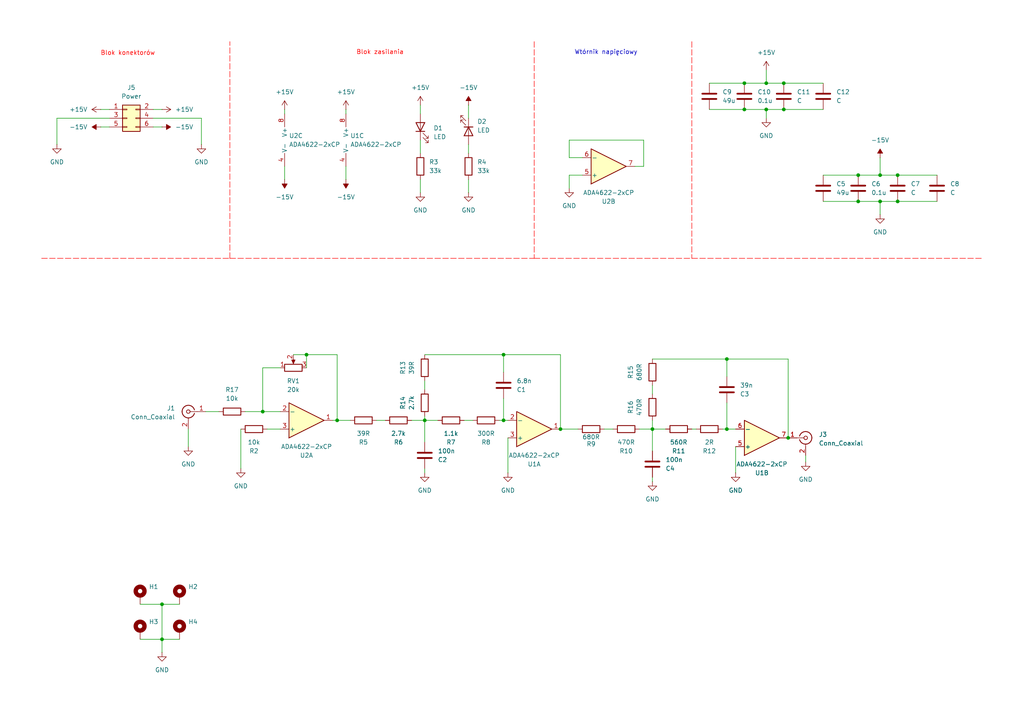
<source format=kicad_sch>
(kicad_sch (version 20250114) (generator "eeschema") (generator_version "9.0")
  (paper "A4")
  (lib_symbols
    (symbol "Amplifier_Operational:ADA4622-2xCP" (pin_names (offset 0.127))
      (property "Reference" "U" (at 0 5.08 0))
      (property "Value" "ADA4622-2xCP" (at 0 -5.08 0))
      (symbol "ADA4622-2xCP_1_1"
        (polyline (pts (xy -5.08 5.08) (xy 5.08 0) (xy -5.08 -5.08) (xy -5.08 5.08)) (stroke (width 0.254)) (fill (type background)))
        (pin input line (at -7.62 2.54 0) (length 2.54) (name "+") (number "3"))
        (pin input line (at -7.62 -2.54 0) (length 2.54) (name "-") (number "2"))
        (pin output line (at 7.62 0 180) (length 2.54) (name "~") (number "1"))
      )
      (symbol "ADA4622-2xCP_2_1"
        (polyline (pts (xy -5.08 5.08) (xy 5.08 0) (xy -5.08 -5.08) (xy -5.08 5.08)) (stroke (width 0.254)) (fill (type background)))
        (pin input line (at -7.62 2.54 0) (length 2.54) (name "+") (number "5"))
        (pin input line (at -7.62 -2.54 0) (length 2.54) (name "-") (number "6"))
        (pin output line (at 7.62 0 180) (length 2.54) (name "~") (number "7"))
      )
      (symbol "ADA4622-2xCP_3_1"
        (pin power_in line (at -2.54 7.62 270) (length 3.81) (name "V+") (number "8"))
        (pin passive line (at -2.54 7.62 270) (length 3.81) (hide yes) (name "V+") (number "9"))
        (pin power_in line (at -2.54 -7.62 90) (length 3.81) (name "V-") (number "4"))
      )
    )
    (symbol "Connector:Conn_Coaxial" (pin_names (offset 1.016) (hide yes))
      (property "Reference" "J" (at 0.254 3.048 0))
      (property "Value" "Conn_Coaxial" (at 2.921 0 90))
      (symbol "Conn_Coaxial_0_1"
        (polyline (pts (xy -2.54 0) (xy -0.508 0)))
        (arc (start 1.778 0) (mid 0.222 -1.8079) (end -1.778 -0.508) (stroke (width 0.254)))
        (arc (start -1.778 0.508) (mid 0.2221 1.8084) (end 1.778 0) (stroke (width 0.254)))
        (circle (center 0 0) (radius 0.508) (stroke (width 0.2032)))
        (polyline (pts (xy 0 -2.54) (xy 0 -1.778)))
      )
      (symbol "Conn_Coaxial_1_1"
        (pin passive line (at -5.08 0 0) (length 2.54) (name "In") (number "1"))
        (pin passive line (at 0 -5.08 90) (length 2.54) (name "Ext") (number "2"))
      )
    )
    (symbol "Connector_Generic:Conn_02x03_Odd_Even" (pin_names (offset 1.016) (hide yes))
      (property "Reference" "J" (at 1.27 5.08 0))
      (property "Value" "Conn_02x03_Odd_Even" (at 1.27 -5.08 0))
      (symbol "Conn_02x03_Odd_Even_1_1"
        (rectangle (start -1.27 3.81) (end 3.81 -3.81) (stroke (width 0.254)) (fill (type background)))
        (rectangle (start -1.27 2.667) (end 0 2.413) (stroke (width 0.1524)))
        (rectangle (start -1.27 0.127) (end 0 -0.127) (stroke (width 0.1524)))
        (rectangle (start -1.27 -2.413) (end 0 -2.667) (stroke (width 0.1524)))
        (rectangle (start 3.81 2.667) (end 2.54 2.413) (stroke (width 0.1524)))
        (rectangle (start 3.81 0.127) (end 2.54 -0.127) (stroke (width 0.1524)))
        (rectangle (start 3.81 -2.413) (end 2.54 -2.667) (stroke (width 0.1524)))
        (pin passive line (at -5.08 2.54 0) (length 3.81) (name "Pin_1") (number "1"))
        (pin passive line (at -5.08 0 0) (length 3.81) (name "Pin_3") (number "3"))
        (pin passive line (at -5.08 -2.54 0) (length 3.81) (name "Pin_5") (number "5"))
        (pin passive line (at 7.62 2.54 180) (length 3.81) (name "Pin_2") (number "2"))
        (pin passive line (at 7.62 0 180) (length 3.81) (name "Pin_4") (number "4"))
        (pin passive line (at 7.62 -2.54 180) (length 3.81) (name "Pin_6") (number "6"))
      )
    )
    (symbol "Device:C" (pin_numbers (hide yes)) (pin_names (offset 0.254))
      (property "Reference" "C" (at 0.635 2.54 0))
      (property "Value" "C" (at 0.635 -2.54 0))
      (symbol "C_0_1"
        (polyline (pts (xy -2.032 0.762) (xy 2.032 0.762)) (stroke (width 0.508)))
        (polyline (pts (xy -2.032 -0.762) (xy 2.032 -0.762)) (stroke (width 0.508)))
      )
      (symbol "C_1_1"
        (pin passive line (at 0 3.81 270) (length 2.794) (name "~") (number "1"))
        (pin passive line (at 0 -3.81 90) (length 2.794) (name "~") (number "2"))
      )
    )
    (symbol "Device:LED" (pin_numbers (hide yes)) (pin_names (offset 1.016) (hide yes))
      (property "Reference" "D" (at 0 2.54 0))
      (property "Value" "LED" (at 0 -2.54 0))
      (symbol "LED_0_1"
        (polyline (pts (xy -3.048 -0.762) (xy -4.572 -2.286) (xy -3.81 -2.286) (xy -4.572 -2.286) (xy -4.572 -1.524)))
        (polyline (pts (xy -1.778 -0.762) (xy -3.302 -2.286) (xy -2.54 -2.286) (xy -3.302 -2.286) (xy -3.302 -1.524)))
        (polyline (pts (xy -1.27 0) (xy 1.27 0)))
        (polyline (pts (xy -1.27 -1.27) (xy -1.27 1.27)) (stroke (width 0.254)))
        (polyline (pts (xy 1.27 -1.27) (xy 1.27 1.27) (xy -1.27 0) (xy 1.27 -1.27)) (stroke (width 0.254)))
      )
      (symbol "LED_1_1"
        (pin passive line (at -3.81 0 0) (length 2.54) (name "K") (number "1"))
        (pin passive line (at 3.81 0 180) (length 2.54) (name "A") (number "2"))
      )
    )
    (symbol "Device:R" (pin_numbers (hide yes)) (pin_names (offset 0))
      (property "Reference" "R" (at 2.032 0 90))
      (property "Value" "R" (at 0 0 90))
      (symbol "R_0_1"
        (rectangle (start -1.016 -2.54) (end 1.016 2.54) (stroke (width 0.254)))
      )
      (symbol "R_1_1"
        (pin passive line (at 0 3.81 270) (length 1.27) (name "~") (number "1"))
        (pin passive line (at 0 -3.81 90) (length 1.27) (name "~") (number "2"))
      )
    )
    (symbol "Device:R_Potentiometer" (pin_names (offset 1.016) (hide yes))
      (property "Reference" "RV" (at -4.445 0 90))
      (property "Value" "R_Potentiometer" (at -2.54 0 90))
      (symbol "R_Potentiometer_0_1"
        (rectangle (start 1.016 2.54) (end -1.016 -2.54) (stroke (width 0.254)))
        (polyline (pts (xy 1.143 0) (xy 2.286 0.508) (xy 2.286 -0.508) (xy 1.143 0)) (fill (type outline)))
        (polyline (pts (xy 2.54 0) (xy 1.524 0)))
      )
      (symbol "R_Potentiometer_1_1"
        (pin passive line (at 0 3.81 270) (length 1.27) (name "1") (number "1"))
        (pin passive line (at 0 -3.81 90) (length 1.27) (name "3") (number "3"))
        (pin passive line (at 3.81 0 180) (length 1.27) (name "2") (number "2"))
      )
    )
    (symbol "Mechanical:MountingHole_Pad" (pin_numbers (hide yes)) (pin_names (offset 1.016) (hide yes)) (in_bom no)
      (property "Reference" "H" (at 0 6.35 0))
      (property "Value" "MountingHole_Pad" (at 0 4.445 0))
      (symbol "MountingHole_Pad_0_1"
        (circle (center 0 1.27) (radius 1.27) (stroke (width 1.27)))
      )
      (symbol "MountingHole_Pad_1_1"
        (pin input line (at 0 -2.54 90) (length 2.54) (name "1") (number "1"))
      )
    )
    (symbol "power:+15V" (power) (pin_numbers (hide yes)) (pin_names (offset 0) (hide yes))
      (property "Value" "+15V" (at 0 3.556 0))
      (symbol "+15V_0_1"
        (polyline (pts (xy -0.762 1.27) (xy 0 2.54)))
        (polyline (pts (xy 0 2.54) (xy 0.762 1.27)))
        (polyline (pts (xy 0 0) (xy 0 2.54)))
      )
      (symbol "+15V_1_1"
        (pin power_in line (at 0 0 90) (length 0) (name "~") (number "1"))
      )
    )
    (symbol "power:-15V" (power) (pin_numbers (hide yes)) (pin_names (offset 0) (hide yes))
      (property "Value" "-15V" (at 0 3.556 0))
      (symbol "-15V_0_0"
        (pin power_in line (at 0 0 90) (length 0) (name "~") (number "1"))
      )
      (symbol "-15V_0_1"
        (polyline (pts (xy 0 0) (xy 0 1.27) (xy 0.762 1.27) (xy 0 2.54) (xy -0.762 1.27) (xy 0 1.27)) (fill (type outline)))
      )
    )
    (symbol "power:GND" (power) (pin_numbers (hide yes)) (pin_names (offset 0) (hide yes))
      (property "Value" "GND" (at 0 -3.81 0))
      (symbol "GND_0_1"
        (polyline (pts (xy 0 0) (xy 0 -1.27) (xy 1.27 -1.27) (xy 0 -2.54) (xy -1.27 -1.27) (xy 0 -1.27)))
      )
      (symbol "GND_1_1"
        (pin power_in line (at 0 0 270) (length 0) (name "~") (number "1"))
      )
    )
  )
  (text "Blok zasilania" (at 110.236 15.24 0) (effects (font (size 1.27 1.27))))
  (text "Wtórnik napięciowy" (at 175.768 15.24 0) (effects (font (size 1.27 1.27))))
  (text "Blok konektorów" (at 37.084 15.494 0) (effects (font (size 1.27 1.27))))
  (junction (at 255.27 50.8))
  (junction (at 215.9 24.13))
  (junction (at 227.33 24.13))
  (junction (at 146.05 121.92))
  (junction (at 227.33 31.75))
  (junction (at 215.9 31.75))
  (junction (at 210.82 124.46))
  (junction (at 123.19 121.92))
  (junction (at 146.05 102.87))
  (junction (at 76.2 119.38))
  (junction (at 228.6 127))
  (junction (at 260.35 58.42))
  (junction (at 248.92 50.8))
  (junction (at 210.82 104.14))
  (junction (at 248.92 58.42))
  (junction (at 255.27 58.42))
  (junction (at 88.9 102.87))
  (junction (at 162.56 124.46))
  (junction (at 260.35 50.8))
  (junction (at 46.99 185.42))
  (junction (at 222.25 24.13))
  (junction (at 189.23 124.46))
  (junction (at 46.99 175.26))
  (junction (at 222.25 31.75))
  (junction (at 97.79 121.92))
  (wire (pts (xy 222.25 24.13) (xy 227.33 24.13)))
  (wire (pts (xy 71.12 119.38) (xy 76.2 119.38)))
  (wire (pts (xy 81.28 106.68) (xy 76.2 106.68)))
  (wire (pts (xy 222.25 31.75) (xy 227.33 31.75)))
  (wire (pts (xy 200.66 124.46) (xy 201.93 124.46)))
  (wire (pts (xy 255.27 58.42) (xy 260.35 58.42)))
  (wire (pts (xy 121.92 40.64) (xy 121.92 44.45)))
  (wire (pts (xy 123.19 128.27) (xy 123.19 121.92)))
  (wire (pts (xy 85.09 102.87) (xy 88.9 102.87)))
  (wire (pts (xy 255.27 45.72) (xy 255.27 50.8)))
  (wire (pts (xy 121.92 52.07) (xy 121.92 55.88)))
  (wire (pts (xy 168.91 45.72) (xy 165.1 45.72)))
  (wire (pts (xy 238.76 50.8) (xy 248.92 50.8)))
  (wire (pts (xy 123.19 121.92) (xy 123.19 120.65)))
  (polyline (pts (xy 200.66 74.93) (xy 285.115 74.93)) (stroke (width 0) (type dash) (color 255 0 0 1)))
  (wire (pts (xy 248.92 58.42) (xy 255.27 58.42)))
  (wire (pts (xy 29.21 31.75) (xy 31.75 31.75)))
  (wire (pts (xy 135.89 52.07) (xy 135.89 55.88)))
  (wire (pts (xy 222.25 31.75) (xy 222.25 34.29)))
  (wire (pts (xy 69.85 135.89) (xy 69.85 124.46)))
  (wire (pts (xy 238.76 58.42) (xy 248.92 58.42)))
  (polyline (pts (xy 66.675 74.93) (xy 66.675 12.065)) (stroke (width 0) (type dash) (color 255 0 0 1)))
  (wire (pts (xy 97.79 102.87) (xy 97.79 121.92)))
  (wire (pts (xy 88.9 102.87) (xy 97.79 102.87)))
  (wire (pts (xy 123.19 110.49) (xy 123.19 113.03)))
  (wire (pts (xy 54.61 124.46) (xy 54.61 129.54)))
  (wire (pts (xy 146.05 107.95) (xy 146.05 102.87)))
  (wire (pts (xy 123.19 137.16) (xy 123.19 135.89)))
  (wire (pts (xy 210.82 124.46) (xy 210.82 116.84)))
  (wire (pts (xy 146.05 102.87) (xy 162.56 102.87)))
  (wire (pts (xy 121.92 30.48) (xy 121.92 33.02)))
  (wire (pts (xy 255.27 50.8) (xy 260.35 50.8)))
  (wire (pts (xy 16.51 41.91) (xy 16.51 34.29)))
  (wire (pts (xy 227.33 24.13) (xy 238.76 24.13)))
  (wire (pts (xy 248.92 50.8) (xy 255.27 50.8)))
  (wire (pts (xy 189.23 124.46) (xy 193.04 124.46)))
  (wire (pts (xy 100.33 31.75) (xy 100.33 33.02)))
  (wire (pts (xy 227.33 31.75) (xy 238.76 31.75)))
  (wire (pts (xy 123.19 121.92) (xy 127 121.92)))
  (wire (pts (xy 185.42 124.46) (xy 189.23 124.46)))
  (wire (pts (xy 189.23 130.81) (xy 189.23 124.46)))
  (wire (pts (xy 135.89 30.48) (xy 135.89 34.29)))
  (wire (pts (xy 210.82 124.46) (xy 213.36 124.46)))
  (wire (pts (xy 213.36 137.16) (xy 213.36 129.54)))
  (wire (pts (xy 146.05 121.92) (xy 147.32 121.92)))
  (wire (pts (xy 222.25 20.32) (xy 222.25 24.13)))
  (wire (pts (xy 58.42 34.29) (xy 58.42 41.91)))
  (wire (pts (xy 210.82 104.14) (xy 228.6 104.14)))
  (wire (pts (xy 123.19 102.87) (xy 146.05 102.87)))
  (wire (pts (xy 215.9 24.13) (xy 222.25 24.13)))
  (wire (pts (xy 44.45 31.75) (xy 46.99 31.75)))
  (wire (pts (xy 46.99 175.26) (xy 46.99 185.42)))
  (wire (pts (xy 82.55 31.75) (xy 82.55 33.02)))
  (polyline (pts (xy 200.66 12.065) (xy 200.66 74.93)) (stroke (width 0) (type dash) (color 255 0 0 1)))
  (wire (pts (xy 189.23 124.46) (xy 189.23 121.92)))
  (wire (pts (xy 146.05 121.92) (xy 146.05 115.57)))
  (wire (pts (xy 162.56 102.87) (xy 162.56 124.46)))
  (polyline (pts (xy 154.94 12.065) (xy 154.94 74.93)) (stroke (width 0) (type dash) (color 255 0 0 1)))
  (polyline (pts (xy 154.94 74.93) (xy 200.66 74.93)) (stroke (width 0) (type dash) (color 255 0 0 1)))
  (wire (pts (xy 40.64 175.26) (xy 46.99 175.26)))
  (wire (pts (xy 77.47 124.46) (xy 81.28 124.46)))
  (wire (pts (xy 96.52 121.92) (xy 97.79 121.92)))
  (wire (pts (xy 144.78 121.92) (xy 146.05 121.92)))
  (wire (pts (xy 205.74 31.75) (xy 215.9 31.75)))
  (wire (pts (xy 209.55 124.46) (xy 210.82 124.46)))
  (wire (pts (xy 46.99 185.42) (xy 46.99 189.23)))
  (wire (pts (xy 88.9 102.87) (xy 88.9 106.68)))
  (wire (pts (xy 82.55 48.26) (xy 82.55 52.07)))
  (wire (pts (xy 165.1 45.72) (xy 165.1 40.64)))
  (wire (pts (xy 255.27 58.42) (xy 255.27 62.23)))
  (wire (pts (xy 215.9 31.75) (xy 222.25 31.75)))
  (wire (pts (xy 165.1 50.8) (xy 168.91 50.8)))
  (wire (pts (xy 100.33 48.26) (xy 100.33 52.07)))
  (wire (pts (xy 59.69 119.38) (xy 63.5 119.38)))
  (wire (pts (xy 16.51 34.29) (xy 31.75 34.29)))
  (wire (pts (xy 233.68 132.08) (xy 233.68 133.985)))
  (wire (pts (xy 210.82 109.22) (xy 210.82 104.14)))
  (wire (pts (xy 189.23 111.76) (xy 189.23 114.3)))
  (wire (pts (xy 97.79 121.92) (xy 101.6 121.92)))
  (wire (pts (xy 260.35 58.42) (xy 271.78 58.42)))
  (wire (pts (xy 135.89 41.91) (xy 135.89 44.45)))
  (wire (pts (xy 175.26 124.46) (xy 177.8 124.46)))
  (wire (pts (xy 40.64 185.42) (xy 46.99 185.42)))
  (wire (pts (xy 205.74 24.13) (xy 215.9 24.13)))
  (polyline (pts (xy 12.065 74.93) (xy 66.675 74.93)) (stroke (width 0) (type dash) (color 255 0 0 1)))
  (wire (pts (xy 186.69 48.26) (xy 184.15 48.26)))
  (wire (pts (xy 189.23 139.7) (xy 189.23 138.43)))
  (wire (pts (xy 46.99 185.42) (xy 52.07 185.42)))
  (polyline (pts (xy 66.675 74.93) (xy 154.94 74.93)) (stroke (width 0) (type dash) (color 255 0 0 1)))
  (wire (pts (xy 165.1 54.61) (xy 165.1 50.8)))
  (wire (pts (xy 228.6 104.14) (xy 228.6 127)))
  (wire (pts (xy 119.38 121.92) (xy 123.19 121.92)))
  (wire (pts (xy 109.22 121.92) (xy 111.76 121.92)))
  (wire (pts (xy 260.35 50.8) (xy 271.78 50.8)))
  (wire (pts (xy 147.32 137.16) (xy 147.32 127)))
  (wire (pts (xy 29.21 36.83) (xy 31.75 36.83)))
  (wire (pts (xy 162.56 124.46) (xy 167.64 124.46)))
  (wire (pts (xy 189.23 104.14) (xy 210.82 104.14)))
  (wire (pts (xy 76.2 119.38) (xy 81.28 119.38)))
  (wire (pts (xy 76.2 106.68) (xy 76.2 119.38)))
  (wire (pts (xy 46.99 175.26) (xy 52.07 175.26)))
  (wire (pts (xy 165.1 40.64) (xy 186.69 40.64)))
  (wire (pts (xy 186.69 40.64) (xy 186.69 48.26)))
  (wire (pts (xy 134.62 121.92) (xy 137.16 121.92)))
  (wire (pts (xy 44.45 36.83) (xy 46.99 36.83)))
  (wire (pts (xy 44.45 34.29) (xy 58.42 34.29)))
  (symbol (lib_id "power:GND") (at 46.99 189.23 0) (unit 1)
    (property "Reference" "#PWR027" (effects (hide yes)))
    (property "Value" "GND" (at 46.99 194.31 0))
    (property "Description" "Power symbol creates a global label with name \"GND\" , ground" (effects (hide yes)))
  )
  (symbol (lib_id "power:GND") (at 189.23 139.7 0) (mirror y) (unit 1)
    (property "Reference" "#PWR09" (effects (hide yes)))
    (property "Value" "GND" (at 189.23 144.78 0))
    (property "Description" "Power symbol creates a global label with name \"GND\" , ground" (effects (hide yes)))
  )
  (symbol (lib_id "power:GND") (at 233.68 133.985 0) (unit 1)
    (property "Reference" "#PWR014" (effects (hide yes)))
    (property "Value" "GND" (at 233.68 139.065 0))
    (property "Description" "Power symbol creates a global label with name \"GND\" , ground" (effects (hide yes)))
  )
  (symbol (lib_id "power:-15V") (at 82.55 52.07 180) (unit 1)
    (property "Reference" "#PWR05" (effects (hide yes)))
    (property "Value" "-15V" (at 82.55 57.15 0))
    (property "Description" "Power symbol creates a global label with name \"-15V\"" (effects (hide yes)))
  )
  (symbol (lib_id "Device:C") (at 271.78 54.61 0) (unit 1)
    (property "Reference" "C8" (at 275.59 53.3399 0) (effects (justify left)))
    (property "Value" "C" (at 275.59 55.8799 0) (effects (justify left)))
    (property "Footprint" "Capacitor_SMD:C_0805_2012Metric_Pad1.18x1.45mm_HandSolder" (effects (hide yes)))
    (property "Description" "Unpolarized capacitor" (effects (hide yes)))
  )
  (symbol (lib_id "Device:C") (at 123.19 132.08 0) (mirror x) (unit 1)
    (property "Reference" "C2" (at 127 133.3501 0) (effects (justify left)))
    (property "Value" "100n" (at 127 130.8101 0) (effects (justify left)))
    (property "Footprint" "Capacitor_SMD:C_0805_2012Metric_Pad1.18x1.45mm_HandSolder" (effects (hide yes)))
    (property "Description" "Unpolarized capacitor" (effects (hide yes)))
  )
  (symbol (lib_id "Device:R") (at 189.23 107.95 0) (mirror y) (unit 1)
    (property "Reference" "R15" (at 182.88 107.95 90))
    (property "Value" "680R" (at 185.42 107.95 90))
    (property "Footprint" "Resistor_SMD:R_0805_2012Metric_Pad1.20x1.40mm_HandSolder" (effects (hide yes)))
    (property "Description" "Resistor" (effects (hide yes)))
  )
  (symbol (lib_id "Device:C") (at 189.23 134.62 0) (mirror x) (unit 1)
    (property "Reference" "C4" (at 193.04 135.8901 0) (effects (justify left)))
    (property "Value" "100n" (at 193.04 133.3501 0) (effects (justify left)))
    (property "Footprint" "Capacitor_SMD:C_0805_2012Metric_Pad1.18x1.45mm_HandSolder" (effects (hide yes)))
    (property "Description" "Unpolarized capacitor" (effects (hide yes)))
  )
  (symbol (lib_id "Device:R") (at 130.81 121.92 90) (mirror x) (unit 1)
    (property "Reference" "R7" (at 130.81 128.27 90))
    (property "Value" "1.1k" (at 130.81 125.73 90))
    (property "Footprint" "Resistor_SMD:R_0805_2012Metric_Pad1.20x1.40mm_HandSolder" (effects (hide yes)))
    (property "Description" "Resistor" (effects (hide yes)))
  )
  (symbol (lib_id "power:-15V") (at 46.99 36.83 270) (unit 1)
    (property "Reference" "#PWR011" (effects (hide yes)))
    (property "Value" "-15V" (at 50.8 36.8299 90) (effects (justify left)))
    (property "Description" "Power symbol creates a global label with name \"-15V\"" (effects (hide yes)))
  )
  (symbol (lib_id "power:GND") (at 135.89 55.88 0) (unit 1)
    (property "Reference" "#PWR021" (effects (hide yes)))
    (property "Value" "GND" (at 135.89 60.96 0))
    (property "Description" "Power symbol creates a global label with name \"GND\" , ground" (effects (hide yes)))
  )
  (symbol (lib_id "Device:C") (at 248.92 54.61 0) (unit 1)
    (property "Reference" "C6" (at 252.73 53.3399 0) (effects (justify left)))
    (property "Value" "0.1u" (at 252.73 55.8799 0) (effects (justify left)))
    (property "Footprint" "Capacitor_SMD:C_0805_2012Metric_Pad1.18x1.45mm_HandSolder" (effects (hide yes)))
    (property "Description" "Unpolarized capacitor" (effects (hide yes)))
  )
  (symbol (lib_id "power:GND") (at 16.51 41.91 0) (unit 1)
    (property "Reference" "#PWR017" (effects (hide yes)))
    (property "Value" "GND" (at 16.51 46.99 0))
    (property "Description" "Power symbol creates a global label with name \"GND\" , ground" (effects (hide yes)))
  )
  (symbol (lib_id "Device:R") (at 123.19 106.68 0) (mirror x) (unit 1)
    (property "Reference" "R13" (at 116.84 106.68 90))
    (property "Value" "39R" (at 119.38 106.68 90))
    (property "Footprint" "Resistor_SMD:R_0805_2012Metric_Pad1.20x1.40mm_HandSolder" (effects (hide yes)))
    (property "Description" "Resistor" (effects (hide yes)))
  )
  (symbol (lib_id "Device:R") (at 115.57 121.92 90) (mirror x) (unit 1)
    (property "Reference" "R6" (at 115.57 128.27 90))
    (property "Value" "2.7k" (at 115.57 125.73 90))
    (property "Footprint" "Resistor_SMD:R_0805_2012Metric_Pad1.20x1.40mm_HandSolder" (effects (hide yes)))
    (property "Description" "Resistor" (effects (hide yes)))
  )
  (symbol (lib_id "power:+15V") (at 29.21 31.75 90) (unit 1)
    (property "Reference" "#PWR015" (effects (hide yes)))
    (property "Value" "+15V" (at 25.4 31.7499 90) (effects (justify left)))
    (property "Description" "Power symbol creates a global label with name \"+15V\"" (effects (hide yes)))
  )
  (symbol (lib_id "power:GND") (at 165.1 54.61 0) (unit 1)
    (property "Reference" "#PWR022" (effects (hide yes)))
    (property "Value" "GND" (at 165.1 59.69 0))
    (property "Description" "Power symbol creates a global label with name \"GND\" , ground" (effects (hide yes)))
  )
  (symbol (lib_id "Connector_Generic:Conn_02x03_Odd_Even") (at 36.83 34.29 0) (unit 1)
    (property "Reference" "J5" (at 38.1 25.4 0))
    (property "Value" "Power" (at 38.1 27.94 0))
    (property "Footprint" "Connector_PinHeader_2.54mm:PinHeader_2x03_P2.54mm_Vertical" (effects (hide yes)))
    (property "Description" "Generic connector, double row, 02x03, odd/even pin numbering scheme (row 1 odd numbers, row 2 even numbers), script generated (kicad-library-utils/schlib/autogen/connector/)" (effects (hide yes)))
  )
  (symbol (lib_id "Amplifier_Operational:ADA4622-2xCP") (at 220.98 127 0) (mirror x) (unit 2)
    (property "Reference" "U1" (at 220.98 137.16 0))
    (property "Value" "ADA4622-2xCP" (at 220.98 134.62 0))
    (property "Footprint" "ADA4522-1ARZ:SOIC127P600X175-8N" (effects (hide yes)))
    (property "Datasheet" "https://www.analog.com/media/en/technical-documentation/data-sheets/ada4622-1-4622-2-4622-4.pdf" (effects (hide yes)))
    (property "Description" "Analog Devices Dual 30V, 8MHz, Low Bias Current, Single Supply, RRO, Precision Op Amp, LFCSP-8" (effects (hide yes)))
  )
  (symbol (lib_id "Device:C") (at 210.82 113.03 0) (mirror x) (unit 1)
    (property "Reference" "C3" (at 214.63 114.3001 0) (effects (justify left)))
    (property "Value" "39n" (at 214.63 111.7601 0) (effects (justify left)))
    (property "Footprint" "Capacitor_SMD:C_0805_2012Metric_Pad1.18x1.45mm_HandSolder" (effects (hide yes)))
    (property "Description" "Unpolarized capacitor" (effects (hide yes)))
  )
  (symbol (lib_id "power:GND") (at 255.27 62.23 0) (unit 1)
    (property "Reference" "#PWR025" (effects (hide yes)))
    (property "Value" "GND" (at 255.27 67.31 0))
    (property "Description" "Power symbol creates a global label with name \"GND\" , ground" (effects (hide yes)))
  )
  (symbol (lib_id "Device:LED") (at 135.89 38.1 270) (unit 1)
    (property "Reference" "D2" (at 138.43 35.2424 90) (effects (justify left)))
    (property "Value" "LED" (at 138.43 37.7824 90) (effects (justify left)))
    (property "Footprint" "LED_SMD:LED_0805_2012Metric_Pad1.15x1.40mm_HandSolder" (effects (hide yes)))
    (property "Description" "Light emitting diode" (effects (hide yes)))
    (property "Sim.Pins" "1=K 2=A" (effects (hide yes)))
  )
  (symbol (lib_id "Connector:Conn_Coaxial") (at 233.68 127 0) (unit 1)
    (property "Reference" "J3" (at 237.49 126.0231 0) (effects (justify left)))
    (property "Value" "Conn_Coaxial" (at 237.49 128.5631 0) (effects (justify left)))
    (property "Footprint" "CONN SMA JACK STR 50 OHM SMD:CONN_732511350_MOL" (effects (hide yes)))
    (property "Description" "coaxial connector (BNC, SMA, SMB, SMC, Cinch/RCA, LEMO, ...)" (effects (hide yes)))
  )
  (symbol (lib_id "power:GND") (at 121.92 55.88 0) (unit 1)
    (property "Reference" "#PWR020" (effects (hide yes)))
    (property "Value" "GND" (at 121.92 60.96 0))
    (property "Description" "Power symbol creates a global label with name \"GND\" , ground" (effects (hide yes)))
  )
  (symbol (lib_id "power:-15V") (at 135.89 30.48 0) (unit 1)
    (property "Reference" "#PWR019" (effects (hide yes)))
    (property "Value" "-15V" (at 135.89 25.4 0))
    (property "Description" "Power symbol creates a global label with name \"-15V\"" (effects (hide yes)))
  )
  (symbol (lib_id "Device:C") (at 238.76 54.61 0) (unit 1)
    (property "Reference" "C5" (at 242.57 53.3399 0) (effects (justify left)))
    (property "Value" "49u" (at 242.57 55.8799 0) (effects (justify left)))
    (property "Footprint" "Capacitor_SMD:C_0805_2012Metric_Pad1.18x1.45mm_HandSolder" (effects (hide yes)))
    (property "Description" "Unpolarized capacitor" (effects (hide yes)))
  )
  (symbol (lib_id "Device:R") (at 121.92 48.26 0) (unit 1)
    (property "Reference" "R3" (at 124.46 46.9899 0) (effects (justify left)))
    (property "Value" "33k" (at 124.46 49.5299 0) (effects (justify left)))
    (property "Footprint" "Resistor_SMD:R_0805_2012Metric_Pad1.20x1.40mm_HandSolder" (effects (hide yes)))
    (property "Description" "Resistor" (effects (hide yes)))
  )
  (symbol (lib_id "power:GND") (at 54.61 129.54 0) (unit 1)
    (property "Reference" "#PWR02" (effects (hide yes)))
    (property "Value" "GND" (at 54.61 134.62 0))
    (property "Description" "Power symbol creates a global label with name \"GND\" , ground" (effects (hide yes)))
  )
  (symbol (lib_id "Device:C") (at 146.05 111.76 0) (mirror x) (unit 1)
    (property "Reference" "C1" (at 149.86 113.0301 0) (effects (justify left)))
    (property "Value" "6.8n" (at 149.86 110.4901 0) (effects (justify left)))
    (property "Footprint" "Capacitor_SMD:C_0805_2012Metric_Pad1.18x1.45mm_HandSolder" (effects (hide yes)))
    (property "Description" "Unpolarized capacitor" (effects (hide yes)))
  )
  (symbol (lib_id "Device:R") (at 135.89 48.26 0) (unit 1)
    (property "Reference" "R4" (at 138.43 46.9899 0) (effects (justify left)))
    (property "Value" "33k" (at 138.43 49.5299 0) (effects (justify left)))
    (property "Footprint" "Resistor_SMD:R_0805_2012Metric_Pad1.20x1.40mm_HandSolder" (effects (hide yes)))
    (property "Description" "Resistor" (effects (hide yes)))
  )
  (symbol (lib_id "power:+15V") (at 222.25 20.32 0) (unit 1)
    (property "Reference" "#PWR023" (effects (hide yes)))
    (property "Value" "+15V" (at 222.25 15.24 0))
    (property "Description" "Power symbol creates a global label with name \"+15V\"" (effects (hide yes)))
  )
  (symbol (lib_id "Device:R") (at 196.85 124.46 90) (mirror x) (unit 1)
    (property "Reference" "R11" (at 196.85 130.81 90))
    (property "Value" "560R" (at 196.85 128.27 90))
    (property "Footprint" "Resistor_SMD:R_0805_2012Metric_Pad1.20x1.40mm_HandSolder" (effects (hide yes)))
    (property "Description" "Resistor" (effects (hide yes)))
  )
  (symbol (lib_id "Mechanical:MountingHole_Pad") (at 40.64 182.88 0) (unit 1) (in_bom no)
    (property "Reference" "H3" (at 43.18 180.3399 0) (effects (justify left)))
    (property "Value" "MountingHole_Pad" (effects (hide yes)))
    (property "Footprint" "MountingHole:MountingHole_3.2mm_M3_DIN965_Pad" (effects (hide yes)))
    (property "Description" "Mounting Hole with connection" (effects (hide yes)))
  )
  (symbol (lib_id "power:-15V") (at 29.21 36.83 90) (unit 1)
    (property "Reference" "#PWR016" (effects (hide yes)))
    (property "Value" "-15V" (at 25.4 36.8299 90) (effects (justify left)))
    (property "Description" "Power symbol creates a global label with name \"-15V\"" (effects (hide yes)))
  )
  (symbol (lib_id "power:GND") (at 69.85 135.89 0) (mirror y) (unit 1)
    (property "Reference" "#PWR01" (effects (hide yes)))
    (property "Value" "GND" (at 69.85 140.97 0))
    (property "Description" "Power symbol creates a global label with name \"GND\" , ground" (effects (hide yes)))
  )
  (symbol (lib_id "power:+15V") (at 82.55 31.75 0) (unit 1)
    (property "Reference" "#PWR03" (effects (hide yes)))
    (property "Value" "+15V" (at 82.55 26.67 0))
    (property "Description" "Power symbol creates a global label with name \"+15V\"" (effects (hide yes)))
  )
  (symbol (lib_id "Connector:Conn_Coaxial") (at 54.61 119.38 0) (mirror y) (unit 1)
    (property "Reference" "J1" (at 50.8 118.4031 0) (effects (justify left)))
    (property "Value" "Conn_Coaxial" (at 50.8 120.9431 0) (effects (justify left)))
    (property "Footprint" "CONN SMA JACK STR 50 OHM SMD:CONN_732511350_MOL" (effects (hide yes)))
    (property "Description" "coaxial connector (BNC, SMA, SMB, SMC, Cinch/RCA, LEMO, ...)" (effects (hide yes)))
  )
  (symbol (lib_id "Device:R") (at 205.74 124.46 90) (mirror x) (unit 1)
    (property "Reference" "R12" (at 205.74 130.81 90))
    (property "Value" "2R" (at 205.74 128.27 90))
    (property "Footprint" "Resistor_SMD:R_0805_2012Metric_Pad1.20x1.40mm_HandSolder" (effects (hide yes)))
    (property "Description" "Resistor" (effects (hide yes)))
  )
  (symbol (lib_id "Device:R") (at 105.41 121.92 270) (mirror x) (unit 1)
    (property "Reference" "R5" (at 105.41 128.27 90))
    (property "Value" "39R" (at 105.41 125.73 90))
    (property "Footprint" "Resistor_SMD:R_0805_2012Metric_Pad1.20x1.40mm_HandSolder" (effects (hide yes)))
    (property "Description" "Resistor" (effects (hide yes)))
  )
  (symbol (lib_id "power:+15V") (at 46.99 31.75 270) (unit 1)
    (property "Reference" "#PWR012" (effects (hide yes)))
    (property "Value" "+15V" (at 50.8 31.7499 90) (effects (justify left)))
    (property "Description" "Power symbol creates a global label with name \"+15V\"" (effects (hide yes)))
  )
  (symbol (lib_id "Device:C") (at 215.9 27.94 0) (unit 1)
    (property "Reference" "C10" (at 219.71 26.6699 0) (effects (justify left)))
    (property "Value" "0.1u" (at 219.71 29.2099 0) (effects (justify left)))
    (property "Footprint" "Capacitor_SMD:C_0805_2012Metric_Pad1.18x1.45mm_HandSolder" (effects (hide yes)))
    (property "Description" "Unpolarized capacitor" (effects (hide yes)))
  )
  (symbol (lib_id "Mechanical:MountingHole_Pad") (at 52.07 182.88 0) (unit 1) (in_bom no)
    (property "Reference" "H4" (at 54.61 180.3399 0) (effects (justify left)))
    (property "Value" "MountingHole_Pad" (effects (hide yes)))
    (property "Footprint" "MountingHole:MountingHole_3.2mm_M3_DIN965_Pad" (effects (hide yes)))
    (property "Description" "Mounting Hole with connection" (effects (hide yes)))
  )
  (symbol (lib_id "power:+15V") (at 121.92 30.48 0) (unit 1)
    (property "Reference" "#PWR018" (effects (hide yes)))
    (property "Value" "+15V" (at 121.92 25.4 0))
    (property "Description" "Power symbol creates a global label with name \"+15V\"" (effects (hide yes)))
  )
  (symbol (lib_id "Amplifier_Operational:ADA4622-2xCP") (at 102.87 40.64 0) (unit 3)
    (property "Reference" "U1" (at 101.6 39.3699 0) (effects (justify left)))
    (property "Value" "ADA4622-2xCP" (at 101.6 41.9099 0) (effects (justify left)))
    (property "Footprint" "ADA4522-1ARZ:SOIC127P600X175-8N" (effects (hide yes)))
    (property "Datasheet" "https://www.analog.com/media/en/technical-documentation/data-sheets/ada4622-1-4622-2-4622-4.pdf" (effects (hide yes)))
    (property "Description" "Analog Devices Dual 30V, 8MHz, Low Bias Current, Single Supply, RRO, Precision Op Amp, LFCSP-8" (effects (hide yes)))
  )
  (symbol (lib_id "Device:C") (at 227.33 27.94 0) (unit 1)
    (property "Reference" "C11" (at 231.14 26.6699 0) (effects (justify left)))
    (property "Value" "C" (at 231.14 29.2099 0) (effects (justify left)))
    (property "Footprint" "Capacitor_SMD:C_0805_2012Metric_Pad1.18x1.45mm_HandSolder" (effects (hide yes)))
    (property "Description" "Unpolarized capacitor" (effects (hide yes)))
  )
  (symbol (lib_id "Mechanical:MountingHole_Pad") (at 40.64 172.72 0) (unit 1) (in_bom no)
    (property "Reference" "H1" (at 43.18 170.1799 0) (effects (justify left)))
    (property "Value" "MountingHole_Pad" (effects (hide yes)))
    (property "Footprint" "MountingHole:MountingHole_3.2mm_M3_DIN965_Pad" (effects (hide yes)))
    (property "Description" "Mounting Hole with connection" (effects (hide yes)))
  )
  (symbol (lib_id "Device:C") (at 205.74 27.94 0) (unit 1)
    (property "Reference" "C9" (at 209.55 26.6699 0) (effects (justify left)))
    (property "Value" "49u" (at 209.55 29.2099 0) (effects (justify left)))
    (property "Footprint" "Capacitor_SMD:C_0805_2012Metric_Pad1.18x1.45mm_HandSolder" (effects (hide yes)))
    (property "Description" "Unpolarized capacitor" (effects (hide yes)))
  )
  (symbol (lib_id "Device:R") (at 171.45 124.46 90) (mirror x) (unit 1)
    (property "Reference" "R9" (at 171.45 128.778 90))
    (property "Value" "680R" (at 171.45 126.746 90))
    (property "Footprint" "Resistor_SMD:R_0805_2012Metric_Pad1.20x1.40mm_HandSolder" (effects (hide yes)))
    (property "Description" "Resistor" (effects (hide yes)))
  )
  (symbol (lib_id "Amplifier_Operational:ADA4622-2xCP") (at 88.9 121.92 0) (mirror x) (unit 1)
    (property "Reference" "U2" (at 88.9 132.08 0))
    (property "Value" "ADA4622-2xCP" (at 88.9 129.54 0))
    (property "Footprint" "ADA4522-1ARZ:SOIC127P600X175-8N" (effects (hide yes)))
    (property "Datasheet" "https://www.analog.com/media/en/technical-documentation/data-sheets/ada4622-1-4622-2-4622-4.pdf" (effects (hide yes)))
    (property "Description" "Analog Devices Dual 30V, 8MHz, Low Bias Current, Single Supply, RRO, Precision Op Amp, LFCSP-8" (effects (hide yes)))
  )
  (symbol (lib_id "Amplifier_Operational:ADA4622-2xCP") (at 154.94 124.46 0) (mirror x) (unit 1)
    (property "Reference" "U1" (at 154.94 134.62 0))
    (property "Value" "ADA4622-2xCP" (at 154.94 132.08 0))
    (property "Footprint" "ADA4522-1ARZ:SOIC127P600X175-8N" (effects (hide yes)))
    (property "Datasheet" "https://www.analog.com/media/en/technical-documentation/data-sheets/ada4622-1-4622-2-4622-4.pdf" (effects (hide yes)))
    (property "Description" "Analog Devices Dual 30V, 8MHz, Low Bias Current, Single Supply, RRO, Precision Op Amp, LFCSP-8" (effects (hide yes)))
  )
  (symbol (lib_id "power:-15V") (at 255.27 45.72 0) (unit 1)
    (property "Reference" "#PWR024" (effects (hide yes)))
    (property "Value" "-15V" (at 255.27 40.64 0))
    (property "Description" "Power symbol creates a global label with name \"-15V\"" (effects (hide yes)))
  )
  (symbol (lib_id "Device:C") (at 260.35 54.61 0) (unit 1)
    (property "Reference" "C7" (at 264.16 53.3399 0) (effects (justify left)))
    (property "Value" "C" (at 264.16 55.8799 0) (effects (justify left)))
    (property "Footprint" "Capacitor_SMD:C_0805_2012Metric_Pad1.18x1.45mm_HandSolder" (effects (hide yes)))
    (property "Description" "Unpolarized capacitor" (effects (hide yes)))
  )
  (symbol (lib_id "Device:R") (at 140.97 121.92 90) (mirror x) (unit 1)
    (property "Reference" "R8" (at 140.97 128.27 90))
    (property "Value" "300R" (at 140.97 125.73 90))
    (property "Footprint" "Resistor_SMD:R_0805_2012Metric_Pad1.20x1.40mm_HandSolder" (effects (hide yes)))
    (property "Description" "Resistor" (effects (hide yes)))
  )
  (symbol (lib_id "Device:C") (at 238.76 27.94 0) (unit 1)
    (property "Reference" "C12" (at 242.57 26.6699 0) (effects (justify left)))
    (property "Value" "C" (at 242.57 29.2099 0) (effects (justify left)))
    (property "Footprint" "Capacitor_SMD:C_0805_2012Metric_Pad1.18x1.45mm_HandSolder" (effects (hide yes)))
    (property "Description" "Unpolarized capacitor" (effects (hide yes)))
  )
  (symbol (lib_id "power:GND") (at 147.32 137.16 0) (mirror y) (unit 1)
    (property "Reference" "#PWR06" (effects (hide yes)))
    (property "Value" "GND" (at 147.32 142.24 0))
    (property "Description" "Power symbol creates a global label with name \"GND\" , ground" (effects (hide yes)))
  )
  (symbol (lib_id "power:-15V") (at 100.33 52.07 180) (unit 1)
    (property "Reference" "#PWR010" (effects (hide yes)))
    (property "Value" "-15V" (at 100.33 57.15 0))
    (property "Description" "Power symbol creates a global label with name \"-15V\"" (effects (hide yes)))
  )
  (symbol (lib_id "power:+15V") (at 100.33 31.75 0) (unit 1)
    (property "Reference" "#PWR04" (effects (hide yes)))
    (property "Value" "+15V" (at 100.33 26.67 0))
    (property "Description" "Power symbol creates a global label with name \"+15V\"" (effects (hide yes)))
  )
  (symbol (lib_id "power:GND") (at 123.19 137.16 0) (mirror y) (unit 1)
    (property "Reference" "#PWR08" (effects (hide yes)))
    (property "Value" "GND" (at 123.19 142.24 0))
    (property "Description" "Power symbol creates a global label with name \"GND\" , ground" (effects (hide yes)))
  )
  (symbol (lib_id "Device:R") (at 73.66 124.46 90) (mirror x) (unit 1)
    (property "Reference" "R2" (at 73.66 130.81 90))
    (property "Value" "10k" (at 73.66 128.27 90))
    (property "Footprint" "Resistor_SMD:R_0805_2012Metric_Pad1.20x1.40mm_HandSolder" (effects (hide yes)))
    (property "Description" "Resistor" (effects (hide yes)))
  )
  (symbol (lib_id "Amplifier_Operational:ADA4622-2xCP") (at 85.09 40.64 0) (unit 3)
    (property "Reference" "U2" (at 83.82 39.3699 0) (effects (justify left)))
    (property "Value" "ADA4622-2xCP" (at 83.82 41.9099 0) (effects (justify left)))
    (property "Footprint" "ADA4522-1ARZ:SOIC127P600X175-8N" (effects (hide yes)))
    (property "Datasheet" "https://www.analog.com/media/en/technical-documentation/data-sheets/ada4622-1-4622-2-4622-4.pdf" (effects (hide yes)))
    (property "Description" "Analog Devices Dual 30V, 8MHz, Low Bias Current, Single Supply, RRO, Precision Op Amp, LFCSP-8" (effects (hide yes)))
  )
  (symbol (lib_id "Device:R") (at 123.19 116.84 0) (mirror y) (unit 1)
    (property "Reference" "R14" (at 116.84 116.84 90))
    (property "Value" "2.7k" (at 119.38 116.84 90))
    (property "Footprint" "Resistor_SMD:R_0805_2012Metric_Pad1.20x1.40mm_HandSolder" (effects (hide yes)))
    (property "Description" "Resistor" (effects (hide yes)))
  )
  (symbol (lib_id "power:GND") (at 213.36 137.16 0) (mirror y) (unit 1)
    (property "Reference" "#PWR07" (effects (hide yes)))
    (property "Value" "GND" (at 213.36 142.24 0))
    (property "Description" "Power symbol creates a global label with name \"GND\" , ground" (effects (hide yes)))
  )
  (symbol (lib_id "Device:R_Potentiometer") (at 85.09 106.68 90) (unit 1)
    (property "Reference" "RV1" (at 85.09 110.49 90))
    (property "Value" "20k" (at 85.09 113.03 90))
    (property "Footprint" "Potentiometer_THT:Potentiometer_Bourns_3386W_Horizontal" (effects (hide yes)))
    (property "Description" "Potentiometer" (effects (hide yes)))
  )
  (symbol (lib_id "Device:LED") (at 121.92 36.83 90) (unit 1)
    (property "Reference" "D1" (at 125.73 37.1474 90) (effects (justify right)))
    (property "Value" "LED" (at 125.73 39.6874 90) (effects (justify right)))
    (property "Footprint" "LED_SMD:LED_0805_2012Metric_Pad1.15x1.40mm_HandSolder" (effects (hide yes)))
    (property "Description" "Light emitting diode" (effects (hide yes)))
    (property "Sim.Pins" "1=K 2=A" (effects (hide yes)))
  )
  (symbol (lib_id "Device:R") (at 189.23 118.11 0) (mirror y) (unit 1)
    (property "Reference" "R16" (at 182.88 118.11 90))
    (property "Value" "470R" (at 185.42 118.11 90))
    (property "Footprint" "Resistor_SMD:R_0805_2012Metric_Pad1.20x1.40mm_HandSolder" (effects (hide yes)))
    (property "Description" "Resistor" (effects (hide yes)))
  )
  (symbol (lib_id "power:GND") (at 222.25 34.29 0) (unit 1)
    (property "Reference" "#PWR026" (effects (hide yes)))
    (property "Value" "GND" (at 222.25 39.37 0))
    (property "Description" "Power symbol creates a global label with name \"GND\" , ground" (effects (hide yes)))
  )
  (symbol (lib_id "Device:R") (at 67.31 119.38 90) (unit 1)
    (property "Reference" "R17" (at 67.31 113.03 90))
    (property "Value" "10k" (at 67.31 115.57 90))
    (property "Footprint" "Resistor_SMD:R_0805_2012Metric_Pad1.20x1.40mm_HandSolder" (effects (hide yes)))
    (property "Description" "Resistor" (effects (hide yes)))
  )
  (symbol (lib_id "Mechanical:MountingHole_Pad") (at 52.07 172.72 0) (unit 1) (in_bom no)
    (property "Reference" "H2" (at 54.61 170.1799 0) (effects (justify left)))
    (property "Value" "MountingHole_Pad" (effects (hide yes)))
    (property "Footprint" "MountingHole:MountingHole_3.2mm_M3_DIN965_Pad" (effects (hide yes)))
    (property "Description" "Mounting Hole with connection" (effects (hide yes)))
  )
  (symbol (lib_id "power:GND") (at 58.42 41.91 0) (unit 1)
    (property "Reference" "#PWR013" (effects (hide yes)))
    (property "Value" "GND" (at 58.42 46.99 0))
    (property "Description" "Power symbol creates a global label with name \"GND\" , ground" (effects (hide yes)))
  )
  (symbol (lib_id "Amplifier_Operational:ADA4622-2xCP") (at 176.53 48.26 0) (mirror x) (unit 2)
    (property "Reference" "U2" (at 176.53 58.42 0))
    (property "Value" "ADA4622-2xCP" (at 176.53 55.88 0))
    (property "Footprint" "ADA4522-1ARZ:SOIC127P600X175-8N" (effects (hide yes)))
    (property "Datasheet" "https://www.analog.com/media/en/technical-documentation/data-sheets/ada4622-1-4622-2-4622-4.pdf" (effects (hide yes)))
    (property "Description" "Analog Devices Dual 30V, 8MHz, Low Bias Current, Single Supply, RRO, Precision Op Amp, LFCSP-8" (effects (hide yes)))
  )
  (symbol (lib_id "Device:R") (at 181.61 124.46 90) (mirror x) (unit 1)
    (property "Reference" "R10" (at 181.61 130.81 90))
    (property "Value" "470R" (at 181.61 128.27 90))
    (property "Footprint" "Resistor_SMD:R_0805_2012Metric_Pad1.20x1.40mm_HandSolder" (effects (hide yes)))
    (property "Description" "Resistor" (effects (hide yes)))
  )
)
</source>
